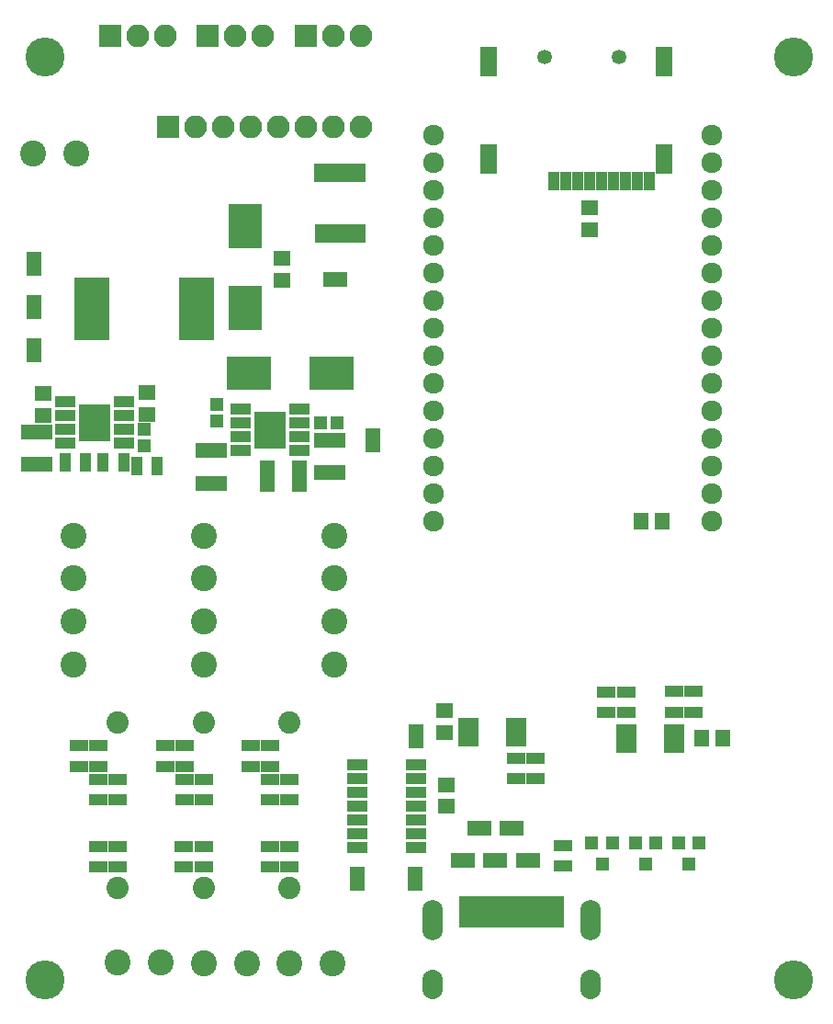
<source format=gts>
G04 #@! TF.GenerationSoftware,KiCad,Pcbnew,(5.0.0)*
G04 #@! TF.CreationDate,2019-05-30T12:20:16+02:00*
G04 #@! TF.ProjectId,ODMeter,4F444D657465722E6B696361645F7063,rev?*
G04 #@! TF.SameCoordinates,Original*
G04 #@! TF.FileFunction,Soldermask,Top*
G04 #@! TF.FilePolarity,Negative*
%FSLAX46Y46*%
G04 Gerber Fmt 4.6, Leading zero omitted, Abs format (unit mm)*
G04 Created by KiCad (PCBNEW (5.0.0)) date 05/30/19 12:20:16*
%MOMM*%
%LPD*%
G01*
G04 APERTURE LIST*
%ADD10O,2.100000X2.100000*%
%ADD11R,2.100000X2.100000*%
%ADD12C,1.350000*%
%ADD13R,1.020000X1.800000*%
%ADD14R,1.500000X2.800000*%
%ADD15R,0.700000X3.000000*%
%ADD16O,1.900000X2.700000*%
%ADD17O,1.900000X3.700000*%
%ADD18C,0.800000*%
%ADD19R,1.950000X1.000000*%
%ADD20R,3.000000X3.500000*%
%ADD21R,1.650000X1.400000*%
%ADD22R,3.300000X5.800000*%
%ADD23C,2.400000*%
%ADD24C,1.924000*%
%ADD25C,3.600000*%
%ADD26R,1.700000X1.100000*%
%ADD27C,2.050000*%
%ADD28R,1.400000X1.650000*%
%ADD29R,1.100000X1.700000*%
%ADD30R,1.850000X0.700000*%
%ADD31R,2.200000X1.400000*%
%ADD32R,1.900000X1.000000*%
%ADD33R,3.100000X4.150000*%
%ADD34R,2.900000X1.400000*%
%ADD35R,4.150000X3.100000*%
%ADD36R,1.200000X1.150000*%
%ADD37R,1.150000X1.200000*%
%ADD38R,1.200000X1.300000*%
%ADD39R,1.400000X2.200000*%
%ADD40R,1.400000X2.900000*%
%ADD41R,0.831800X1.797000*%
G04 APERTURE END LIST*
D10*
G04 #@! TO.C,J3*
X101080000Y-62450000D03*
X98540000Y-62450000D03*
X96000000Y-62450000D03*
X93460000Y-62450000D03*
X90920000Y-62450000D03*
X88380000Y-62450000D03*
X85840000Y-62450000D03*
D11*
X83300000Y-62450000D03*
G04 #@! TD*
D12*
G04 #@! TO.C,J24*
X124875000Y-55980000D03*
D13*
X125495000Y-67400000D03*
X126595000Y-67400000D03*
X124395000Y-67400000D03*
X123295000Y-67400000D03*
X122195000Y-67400000D03*
X121095000Y-67400000D03*
X119995000Y-67400000D03*
X118895000Y-67400000D03*
X127695000Y-67400000D03*
D14*
X129075000Y-65400000D03*
X129075000Y-56400000D03*
X112925000Y-65400000D03*
X112925000Y-56400000D03*
D12*
X118075000Y-55980000D03*
G04 #@! TD*
D15*
G04 #@! TO.C,J11*
X119500000Y-134690000D03*
X119000000Y-134690000D03*
X118500000Y-134690000D03*
X118000000Y-134690000D03*
X117500000Y-134690000D03*
X117000000Y-134690000D03*
X116500000Y-134690000D03*
X116000000Y-134690000D03*
X115500000Y-134690000D03*
X110500000Y-134690000D03*
X111000000Y-134690000D03*
X111500000Y-134690000D03*
X112000000Y-134690000D03*
X112500000Y-134690000D03*
X113000000Y-134690000D03*
X113500000Y-134690000D03*
X114000000Y-134690000D03*
X114500000Y-134690000D03*
X115000000Y-134690000D03*
D16*
X122250000Y-141410000D03*
X107750000Y-141410000D03*
D17*
X122250000Y-135450000D03*
X107750000Y-135450000D03*
G04 #@! TD*
D18*
G04 #@! TO.C,U6*
X93400000Y-91000000D03*
X93400000Y-89700000D03*
X92100000Y-89700000D03*
D19*
X90050000Y-88445000D03*
X90050000Y-89715000D03*
X90050000Y-90985000D03*
X90050000Y-92255000D03*
X95450000Y-88445000D03*
X95450000Y-89715000D03*
X95450000Y-90985000D03*
X95450000Y-92255000D03*
D20*
X92750000Y-90350000D03*
D18*
X92100000Y-91000000D03*
G04 #@! TD*
G04 #@! TO.C,U4*
X75900000Y-89000000D03*
X75900000Y-90300000D03*
X77200000Y-90300000D03*
D19*
X79250000Y-91555000D03*
X79250000Y-90285000D03*
X79250000Y-89015000D03*
X79250000Y-87745000D03*
X73850000Y-91555000D03*
X73850000Y-90285000D03*
X73850000Y-89015000D03*
X73850000Y-87745000D03*
D20*
X76550000Y-89650000D03*
D18*
X77200000Y-89000000D03*
G04 #@! TD*
D21*
G04 #@! TO.C,C16*
X122200000Y-71900000D03*
X122200000Y-69900000D03*
G04 #@! TD*
D22*
G04 #@! TO.C,L1*
X76300000Y-79200000D03*
X86000000Y-79200000D03*
G04 #@! TD*
D23*
G04 #@! TO.C,J20*
X70870000Y-64900000D03*
X74830000Y-64900000D03*
G04 #@! TD*
D24*
G04 #@! TO.C,U3*
X133470000Y-98770000D03*
X133470000Y-96230000D03*
X133470000Y-93690000D03*
X133470000Y-91150000D03*
X133470000Y-88610000D03*
X133470000Y-86070000D03*
X133470000Y-83530000D03*
X133470000Y-80990000D03*
X133470000Y-78450000D03*
X133470000Y-75910000D03*
X133470000Y-73370000D03*
X133470000Y-70830000D03*
X133470000Y-68290000D03*
X133470000Y-65750000D03*
X133470000Y-63210000D03*
X107800000Y-63210000D03*
X107800000Y-65750000D03*
X107800000Y-68290000D03*
X107800000Y-70830000D03*
X107800000Y-73370000D03*
X107800000Y-75910000D03*
X107800000Y-78450000D03*
X107800000Y-80990000D03*
X107800000Y-83530000D03*
X107800000Y-86070000D03*
X107800000Y-88610000D03*
X107800000Y-91150000D03*
X107800000Y-93690000D03*
X107800000Y-96230000D03*
X107800000Y-98770000D03*
G04 #@! TD*
D25*
G04 #@! TO.C,REF\002A\002A*
X141000000Y-56000000D03*
G04 #@! TD*
G04 #@! TO.C,REF\002A\002A*
X141000000Y-141000000D03*
G04 #@! TD*
G04 #@! TO.C,REF\002A\002A*
X72000000Y-141000000D03*
G04 #@! TD*
D21*
G04 #@! TO.C,C2*
X108950000Y-125000000D03*
X108950000Y-123000000D03*
G04 #@! TD*
D23*
G04 #@! TO.C,J9*
X78700000Y-139400000D03*
X94540000Y-139500000D03*
X98500000Y-139500000D03*
X90580000Y-139500000D03*
X86620000Y-139500000D03*
X82660000Y-139400000D03*
G04 #@! TD*
D26*
G04 #@! TO.C,R13*
X84850000Y-122500000D03*
X84850000Y-124400000D03*
G04 #@! TD*
G04 #@! TO.C,R12*
X83050000Y-119400000D03*
X83050000Y-121300000D03*
G04 #@! TD*
D27*
G04 #@! TO.C,R6*
X78700000Y-132520000D03*
X78700000Y-117280000D03*
G04 #@! TD*
D28*
G04 #@! TO.C,C1*
X132500000Y-118725000D03*
X134500000Y-118725000D03*
G04 #@! TD*
D21*
G04 #@! TO.C,C7*
X71850000Y-87000000D03*
X71850000Y-89000000D03*
G04 #@! TD*
D26*
G04 #@! TO.C,R22*
X94540000Y-122500000D03*
X94540000Y-124400000D03*
G04 #@! TD*
G04 #@! TO.C,R24*
X94540000Y-130600000D03*
X94540000Y-128700000D03*
G04 #@! TD*
G04 #@! TO.C,R25*
X92750000Y-128700000D03*
X92750000Y-130600000D03*
G04 #@! TD*
D10*
G04 #@! TO.C,J2*
X83080000Y-54000000D03*
X80540000Y-54000000D03*
D11*
X78000000Y-54000000D03*
G04 #@! TD*
D29*
G04 #@! TO.C,R29*
X75750000Y-93350000D03*
X73850000Y-93350000D03*
G04 #@! TD*
D30*
G04 #@! TO.C,U2*
X129950000Y-117750000D03*
X129950000Y-118250000D03*
X129950000Y-118750000D03*
X129950000Y-119250000D03*
X129950000Y-119750000D03*
X125550000Y-119750000D03*
X125550000Y-119250000D03*
X125550000Y-118750000D03*
X125550000Y-118250000D03*
X125550000Y-117750000D03*
G04 #@! TD*
D31*
G04 #@! TO.C,J13*
X113500000Y-130000000D03*
G04 #@! TD*
D32*
G04 #@! TO.C,U1*
X100800000Y-128810000D03*
X100800000Y-127540000D03*
X100800000Y-126270000D03*
X100800000Y-125000000D03*
X100800000Y-123730000D03*
X100800000Y-122460000D03*
X100800000Y-121190000D03*
X106200000Y-121190000D03*
X106200000Y-122460000D03*
X106200000Y-123730000D03*
X106200000Y-125000000D03*
X106200000Y-126270000D03*
X106200000Y-127540000D03*
X106200000Y-128810000D03*
G04 #@! TD*
D26*
G04 #@! TO.C,R1*
X76900000Y-121300000D03*
X76900000Y-119400000D03*
G04 #@! TD*
G04 #@! TO.C,R2*
X75100000Y-119400000D03*
X75100000Y-121300000D03*
G04 #@! TD*
G04 #@! TO.C,R3*
X76900000Y-122500000D03*
X76900000Y-124400000D03*
G04 #@! TD*
G04 #@! TO.C,R4*
X78700000Y-122500000D03*
X78700000Y-124400000D03*
G04 #@! TD*
G04 #@! TO.C,R8*
X78700000Y-130600000D03*
X78700000Y-128700000D03*
G04 #@! TD*
G04 #@! TO.C,R9*
X76900000Y-128700000D03*
X76900000Y-130600000D03*
G04 #@! TD*
G04 #@! TO.C,R10*
X129950000Y-114425000D03*
X129950000Y-116325000D03*
G04 #@! TD*
G04 #@! TO.C,R11*
X84850000Y-121300000D03*
X84850000Y-119400000D03*
G04 #@! TD*
G04 #@! TO.C,R14*
X123750000Y-114450000D03*
X123750000Y-116350000D03*
G04 #@! TD*
G04 #@! TO.C,R15*
X86650000Y-122500000D03*
X86650000Y-124400000D03*
G04 #@! TD*
G04 #@! TO.C,R17*
X86620000Y-130600000D03*
X86620000Y-128700000D03*
G04 #@! TD*
G04 #@! TO.C,R18*
X84800000Y-128700000D03*
X84800000Y-130600000D03*
G04 #@! TD*
G04 #@! TO.C,R20*
X90950000Y-119400000D03*
X90950000Y-121300000D03*
G04 #@! TD*
G04 #@! TO.C,R21*
X92750000Y-122500000D03*
X92750000Y-124400000D03*
G04 #@! TD*
D21*
G04 #@! TO.C,C3*
X81400000Y-88900000D03*
X81400000Y-86900000D03*
G04 #@! TD*
D33*
G04 #@! TO.C,C4*
X90450000Y-71575000D03*
X90450000Y-79125000D03*
G04 #@! TD*
D21*
G04 #@! TO.C,C5*
X93850000Y-74550000D03*
X93850000Y-76550000D03*
G04 #@! TD*
D34*
G04 #@! TO.C,C6*
X71200000Y-93500000D03*
X71200000Y-90500000D03*
G04 #@! TD*
G04 #@! TO.C,C10*
X87350000Y-92250000D03*
X87350000Y-95250000D03*
G04 #@! TD*
G04 #@! TO.C,C12*
X98250000Y-91250000D03*
X98250000Y-94250000D03*
G04 #@! TD*
D35*
G04 #@! TO.C,C13*
X90825000Y-85100000D03*
X98375000Y-85100000D03*
G04 #@! TD*
D36*
G04 #@! TO.C,C14*
X97400000Y-89700000D03*
X98900000Y-89700000D03*
G04 #@! TD*
D37*
G04 #@! TO.C,C15*
X87850000Y-89500000D03*
X87850000Y-88000000D03*
G04 #@! TD*
D38*
G04 #@! TO.C,Q1*
X123350000Y-130350000D03*
X122400000Y-128350000D03*
X124300000Y-128350000D03*
G04 #@! TD*
G04 #@! TO.C,Q2*
X127350000Y-130350000D03*
X126400000Y-128350000D03*
X128300000Y-128350000D03*
G04 #@! TD*
G04 #@! TO.C,Q3*
X131350000Y-130350000D03*
X130400000Y-128350000D03*
X132300000Y-128350000D03*
G04 #@! TD*
D26*
G04 #@! TO.C,R26*
X119700000Y-130500000D03*
X119700000Y-128600000D03*
G04 #@! TD*
D29*
G04 #@! TO.C,R27*
X79250000Y-93350000D03*
X77350000Y-93350000D03*
G04 #@! TD*
D26*
G04 #@! TO.C,R28*
X115400000Y-120550000D03*
X115400000Y-122450000D03*
G04 #@! TD*
D29*
G04 #@! TO.C,R30*
X82350000Y-93650000D03*
X80450000Y-93650000D03*
G04 #@! TD*
D26*
G04 #@! TO.C,R31*
X117200000Y-122450000D03*
X117200000Y-120550000D03*
G04 #@! TD*
D37*
G04 #@! TO.C,C8*
X81150000Y-90300000D03*
X81150000Y-91800000D03*
G04 #@! TD*
D39*
G04 #@! TO.C,J1*
X106100000Y-131650000D03*
G04 #@! TD*
D31*
G04 #@! TO.C,J10*
X116500000Y-130000000D03*
G04 #@! TD*
G04 #@! TO.C,J12*
X115000000Y-127000000D03*
G04 #@! TD*
D23*
G04 #@! TO.C,J14*
X74620000Y-107980000D03*
X74620000Y-111940000D03*
X74620000Y-104020000D03*
X74620000Y-100060000D03*
G04 #@! TD*
D31*
G04 #@! TO.C,J15*
X112000000Y-127000000D03*
G04 #@! TD*
D26*
G04 #@! TO.C,R5*
X125550000Y-116350000D03*
X125550000Y-114450000D03*
G04 #@! TD*
D27*
G04 #@! TO.C,R16*
X86620000Y-132520000D03*
X86620000Y-117280000D03*
G04 #@! TD*
D26*
G04 #@! TO.C,R19*
X92750000Y-121300000D03*
X92750000Y-119400000D03*
G04 #@! TD*
D27*
G04 #@! TO.C,R23*
X94540000Y-132520000D03*
X94540000Y-117280000D03*
G04 #@! TD*
D30*
G04 #@! TO.C,U5*
X111000000Y-119150000D03*
X111000000Y-118650000D03*
X111000000Y-118150000D03*
X111000000Y-117650000D03*
X111000000Y-117150000D03*
X115400000Y-117150000D03*
X115400000Y-117650000D03*
X115400000Y-118150000D03*
X115400000Y-118650000D03*
X115400000Y-119150000D03*
G04 #@! TD*
D39*
G04 #@! TO.C,J8*
X100800000Y-131650000D03*
G04 #@! TD*
D31*
G04 #@! TO.C,J16*
X110500000Y-130000000D03*
G04 #@! TD*
D39*
G04 #@! TO.C,J17*
X102200000Y-91300000D03*
G04 #@! TD*
D40*
G04 #@! TO.C,C9*
X95450000Y-94550000D03*
X92450000Y-94550000D03*
G04 #@! TD*
D21*
G04 #@! TO.C,C11*
X108800000Y-118200000D03*
X108800000Y-116200000D03*
G04 #@! TD*
D10*
G04 #@! TO.C,J4*
X92080000Y-54000000D03*
X89540000Y-54000000D03*
D11*
X87000000Y-54000000D03*
G04 #@! TD*
D39*
G04 #@! TO.C,J5*
X106200000Y-118550000D03*
G04 #@! TD*
D10*
G04 #@! TO.C,J6*
X101080000Y-54000000D03*
X98540000Y-54000000D03*
D11*
X96000000Y-54000000D03*
G04 #@! TD*
D23*
G04 #@! TO.C,J18*
X86620000Y-107980000D03*
X86620000Y-111940000D03*
X86620000Y-104020000D03*
X86620000Y-100060000D03*
G04 #@! TD*
G04 #@! TO.C,J19*
X98620000Y-107980000D03*
X98620000Y-111940000D03*
X98620000Y-104020000D03*
X98620000Y-100060000D03*
G04 #@! TD*
D26*
G04 #@! TO.C,R7*
X131750000Y-116325000D03*
X131750000Y-114425000D03*
G04 #@! TD*
D39*
G04 #@! TO.C,J7*
X71000000Y-83000000D03*
G04 #@! TD*
D31*
G04 #@! TO.C,J21*
X98750000Y-76500000D03*
G04 #@! TD*
D25*
G04 #@! TO.C,REF\002A\002A*
X72000000Y-56000000D03*
G04 #@! TD*
D39*
G04 #@! TO.C,J22*
X71000000Y-79000000D03*
G04 #@! TD*
G04 #@! TO.C,J23*
X71000000Y-75000000D03*
G04 #@! TD*
D41*
G04 #@! TO.C,U7*
X97269600Y-72194000D03*
X97904600Y-72194000D03*
X98565000Y-72194000D03*
X99200000Y-72194000D03*
X99860400Y-72194000D03*
X100508100Y-72194000D03*
X101155800Y-72194000D03*
X101155800Y-66606000D03*
X100508100Y-66606000D03*
X99860400Y-66606000D03*
X99200000Y-66606000D03*
X98552300Y-66606000D03*
X97904600Y-66606000D03*
X97256900Y-66606000D03*
G04 #@! TD*
D28*
G04 #@! TO.C,C17*
X128900000Y-98770000D03*
X126900000Y-98770000D03*
G04 #@! TD*
M02*

</source>
